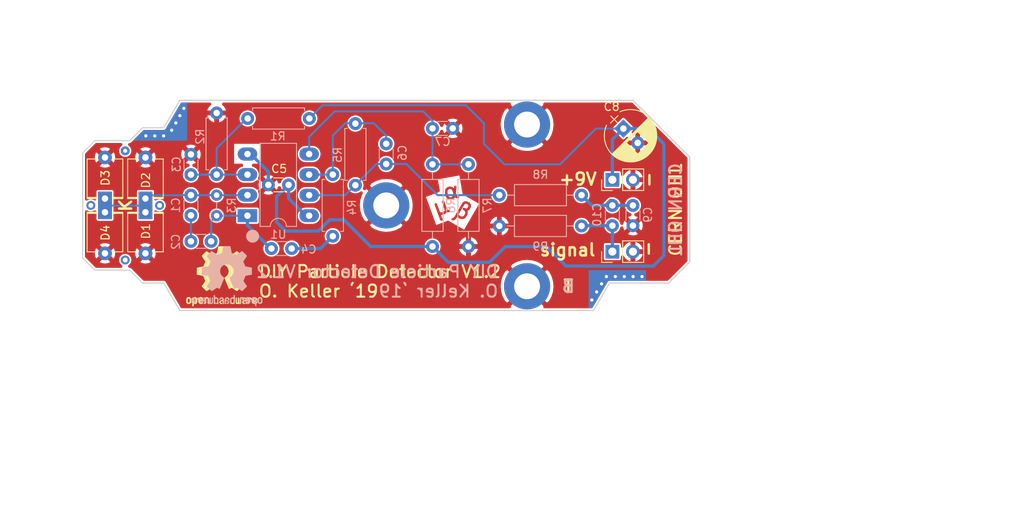
<source format=kicad_pcb>
(kicad_pcb (version 20211014) (generator pcbnew)

  (general
    (thickness 1)
  )

  (paper "A4")
  (title_block
    (title "DIY Particle Detector")
    (date "2018-06-01")
    (rev "V1.2")
    (company "CERN")
    (comment 1 "CERN open hardware license V1.2")
    (comment 2 "Oliver Keller")
  )

  (layers
    (0 "F.Cu" signal)
    (31 "B.Cu" power)
    (32 "B.Adhes" user "B.Adhesive")
    (33 "F.Adhes" user "F.Adhesive")
    (34 "B.Paste" user)
    (35 "F.Paste" user)
    (36 "B.SilkS" user "B.Silkscreen")
    (37 "F.SilkS" user "F.Silkscreen")
    (38 "B.Mask" user)
    (39 "F.Mask" user)
    (40 "Dwgs.User" user "User.Drawings")
    (41 "Cmts.User" user "User.Comments")
    (42 "Eco1.User" user "User.Eco1")
    (43 "Eco2.User" user "User.Eco2")
    (44 "Edge.Cuts" user)
    (45 "Margin" user)
    (46 "B.CrtYd" user "B.Courtyard")
    (47 "F.CrtYd" user "F.Courtyard")
    (48 "B.Fab" user)
    (49 "F.Fab" user)
  )

  (setup
    (pad_to_mask_clearance 0.2)
    (grid_origin 137.5 112.5)
    (pcbplotparams
      (layerselection 0x00011fc_ffffffff)
      (disableapertmacros false)
      (usegerberextensions true)
      (usegerberattributes false)
      (usegerberadvancedattributes false)
      (creategerberjobfile true)
      (svguseinch false)
      (svgprecision 6)
      (excludeedgelayer true)
      (plotframeref false)
      (viasonmask false)
      (mode 1)
      (useauxorigin false)
      (hpglpennumber 1)
      (hpglpenspeed 20)
      (hpglpendiameter 15.000000)
      (dxfpolygonmode true)
      (dxfimperialunits true)
      (dxfusepcbnewfont true)
      (psnegative false)
      (psa4output false)
      (plotreference true)
      (plotvalue false)
      (plotinvisibletext false)
      (sketchpadsonfab false)
      (subtractmaskfromsilk true)
      (outputformat 1)
      (mirror false)
      (drillshape 0)
      (scaleselection 1)
      (outputdirectory "gerbers/")
    )
  )

  (net 0 "")
  (net 1 "Net-(C1-Pad1)")
  (net 2 "Net-(C1-Pad2)")
  (net 3 "Net-(C2-Pad2)")
  (net 4 "GND")
  (net 5 "Net-(C3-Pad1)")
  (net 6 "Net-(C10-Pad1)")
  (net 7 "+9V")
  (net 8 "/Output")
  (net 9 "Net-(C4-Pad2)")
  (net 10 "Net-(C6-Pad1)")
  (net 11 "Net-(C6-Pad2)")
  (net 12 "Net-(C7-Pad1)")

  (footprint "Opto-Devices:PhotoDiode_DIL2_4.3x4.65_RM5.08" (layer "F.Cu") (at 102.75 113.35 -90))

  (footprint "Opto-Devices:PhotoDiode_DIL2_4.3x4.65_RM5.08" (layer "F.Cu") (at 107.75 113.35 -90))

  (footprint "Wire_Pads:SolderWirePad_single_0-8mmDrill" (layer "F.Cu") (at 109.5 112.5))

  (footprint "Wire_Pads:SolderWirePad_single_0-8mmDrill" (layer "F.Cu") (at 101 112.5))

  (footprint "Wire_Pads:SolderWirePad_single_0-8mmDrill" (layer "F.Cu") (at 105.25 119.25))

  (footprint "Wire_Pads:SolderWirePad_single_0-8mmDrill" (layer "F.Cu") (at 105.25 105.75))

  (footprint "Mounting_Holes:MountingHole_3.2mm_M3_ISO7380_Pad" (layer "F.Cu") (at 155 102.5))

  (footprint "Mounting_Holes:MountingHole_3.2mm_M3_ISO7380_Pad" (layer "F.Cu") (at 155 122.5))

  (footprint "Capacitors_THT:CP_Radial_D6.3mm_P2.50mm" (layer "F.Cu") (at 166.8 103 -45))

  (footprint "Mounting_Holes:MountingHole_3.2mm_M3_ISO7380_Pad" (layer "F.Cu") (at 137.5 112.5))

  (footprint "Capacitors_THT:C_Disc_D3.0mm_W1.6mm_P2.50mm" (layer "F.Cu") (at 125.435 109.96 180))

  (footprint "Opto-Devices:PhotoDiode_DIL2_4.3x4.65_RM5.08" (layer "F.Cu") (at 102.75 111.65 90))

  (footprint "Opto-Devices:PhotoDiode_DIL2_4.3x4.65_RM5.08" (layer "F.Cu") (at 107.75 111.65 90))

  (footprint "Symbols:OSHW-Logo2_9.8x8mm_SilkScreen" (layer "F.Cu") (at 117.18 121.263))

  (footprint "Pin_Headers:Pin_Header_Straight_1x02_Pitch2.54mm" (layer "F.Cu") (at 165.44 118.215 90))

  (footprint "Pin_Headers:Pin_Header_Straight_1x02_Pitch2.54mm" (layer "F.Cu") (at 165.44 109.325 90))

  (footprint "Resistors_THT:R_Axial_DIN0207_L6.3mm_D2.5mm_P7.62mm_Horizontal" (layer "B.Cu") (at 116.545 108.69 90))

  (footprint "Capacitors_THT:C_Disc_D3.0mm_W1.6mm_P2.50mm" (layer "B.Cu") (at 113.37 108.69 90))

  (footprint "Capacitors_THT:C_Disc_D3.0mm_W1.6mm_P2.50mm" (layer "B.Cu") (at 113.37 116.945))

  (footprint "Housings_DIP:DIP-8_W7.62mm_LongPads" (layer "B.Cu") (at 120.355 113.77))

  (footprint "Capacitors_THT:C_Disc_D3.0mm_W1.6mm_P2.50mm" (layer "B.Cu") (at 123.316 117.834))

  (footprint "Capacitors_THT:C_Disc_D3.0mm_W1.6mm_P2.50mm" (layer "B.Cu") (at 165.44 112.5 -90))

  (footprint "Capacitors_THT:C_Disc_D3.0mm_W1.6mm_P2.50mm" (layer "B.Cu") (at 137.5 104.88 -90))

  (footprint "Resistors_THT:R_Axial_DIN0204_L3.6mm_D1.6mm_P2.54mm_Vertical" (layer "B.Cu") (at 116.545 113.77 90))

  (footprint "Resistors_THT:R_Axial_DIN0207_L6.3mm_D2.5mm_P7.62mm_Horizontal" (layer "B.Cu") (at 133.69 110 90))

  (footprint "Resistors_THT:R_Axial_DIN0207_L6.3mm_D2.5mm_P7.62mm_Horizontal" (layer "B.Cu") (at 130.896 108.69 -90))

  (footprint "Capacitors_THT:C_Disc_D3.0mm_W1.6mm_P2.50mm" (layer "B.Cu") (at 113.37 111.23 -90))

  (footprint "Resistors_THT:R_Axial_DIN0207_L6.3mm_D2.5mm_P10.16mm_Horizontal" (layer "B.Cu") (at 143.215 117.58 90))

  (footprint "Resistors_THT:R_Axial_DIN0207_L6.3mm_D2.5mm_P10.16mm_Horizontal" (layer "B.Cu") (at 147.66 107.42 -90))

  (footprint "Capacitors_THT:C_Disc_D3.0mm_W1.6mm_P2.50mm" (layer "B.Cu") (at 143.215 102.975))

  (footprint "Resistors_THT:R_Axial_DIN0207_L6.3mm_D2.5mm_P7.62mm_Horizontal" (layer "B.Cu") (at 128 101.75 180))

  (footprint "Resistors_THT:R_Axial_DIN0207_L6.3mm_D2.5mm_P10.16mm_Horizontal" (layer "B.Cu") (at 161.63 115.04 180))

  (footprint "Resistors_THT:R_Axial_DIN0207_L6.3mm_D2.5mm_P10.16mm_Horizontal" (layer "B.Cu") (at 151.47 111.23))

  (footprint "Capacitors_THT:C_Disc_D3.0mm_W1.6mm_P2.50mm" (layer "B.Cu") (at 167.98 112.5 -90))

  (footprint "Symbols:OSHW-Logo2_9.8x8mm_SilkScreen" (layer "B.Cu") (at 117.815 121.256429 180))

  (gr_circle (center 120.99 116.31) (end 121.391609 116.31) (layer "B.SilkS") (width 0.8) (fill none) (tstamp 475ed8b3-90bf-48cd-bce5-d8f48b689541))
  (gr_line (start 194 117.5) (end 182 117.5) (layer "Dwgs.User") (width 0.2) (tstamp 00000000-0000-0000-0000-00005af9a932))
  (gr_line (start 166 109) (end 182 107.5) (layer "Dwgs.User") (width 0.2) (tstamp 00000000-0000-0000-0000-00005af9a935))
  (gr_line (start 166 116) (end 166 109) (layer "Dwgs.User") (width 0.2) (tstamp 00000000-0000-0000-0000-00005af9a938))
  (gr_line (start 182 106) (end 182 119) (layer "Dwgs.User") (width 0.2) (tstamp 00000000-0000-0000-0000-00005af9a93b))
  (gr_line (start 194 107.5) (end 194 117.5) (layer "Dwgs.User") (width 0.2) (tstamp 00000000-0000-0000-0000-00005af9a93e))
  (gr_line (start 182 117.5) (end 166 116) (layer "Dwgs.User") (width 0.2) (tstamp 00000000-0000-0000-0000-00005af9a941))
  (gr_line (start 182 107.5) (end 194 107.5) (layer "Dwgs.User") (width 0.2) (tstamp 00000000-0000-0000-0000-00005af9a944))
  (gr_circle (center 108.9 101.1) (end 110.7 101.1) (layer "Dwgs.User") (width 0.2) (fill none) (tstamp 00000000-0000-0000-0000-00005afd6b11))
  (gr_circle (center 166.1 123.9) (end 167.9 123.9) (layer "Dwgs.User") (width 0.2) (fill none) (tstamp 00000000-0000-0000-0000-00005afd6b16))
  (gr_line (start 108.9 101) (end 108.9 101.2) (layer "Dwgs.User") (width 0.15) (tstamp 00000000-0000-0000-0000-00005afd6bb6))
  (gr_line (start 108.8 101.1) (end 109 101.1) (layer "Dwgs.User") (width 0.15) (tstamp 00000000-0000-0000-0000-00005afd6bb7))
  (gr_circle (center 166.1 123.9) (end 169.1 123.9) (layer "Dwgs.User") (width 0.2) (fill none) (tstamp 00000000-0000-0000-0000-00005afdac0a))
  (gr_line (start 162.5 126) (end 162.5 99) (layer "Dwgs.User") (width 0.2) (tstamp 00000000-0000-0000-0000-00005afdcbda))
  (gr_line (start 112.5 126) (end 112.5 99) (layer "Dwgs.User") (width 0.2) (tstamp 00000000-0000-0000-0000-00005afdcd2b))
  (gr_line (start 112.5 126) (end 162.5 126) (layer "Dwgs.User") (width 0.2) (tstamp 00000000-0000-0000-0000-00005afdcd2e))
  (gr_line (start 162.5 99) (end 112.5 99) (layer "Dwgs.User") (width 0.2) (tstamp 00000000-0000-0000-0000-00005afdcd31))
  (gr_circle (center 108.9 101.1) (end 111.9 101.1) (layer "Dwgs.User") (width 0.2) (fill none) (tstamp 00000000-0000-0000-0000-00005afdcf19))
  (gr_line (start 166 123.9) (end 166.2 123.9) (layer "Dwgs.User") (width 0.15) (tstamp 6cb93665-0bcd-4104-8633-fffd1811eee0))
  (gr_line (start 166.1 123.8) (end 166.1 124) (layer "Dwgs.User") (width 0.15) (tstamp e0830067-5b66-4ce1-b2d1-aaa8af20baf7))
  (gr_line (start 107.4 102.9) (end 110 102.9) (layer "Edge.Cuts") (width 0.15) (tstamp 00000000-0000-0000-0000-00005af98d9d))
  (gr_line (start 112 99.5) (end 168 99.5) (layer "Edge.Cuts") (width 0.15) (tstamp 00000000-0000-0000-0000-00005af9ce4e))
  (gr_line (start 110 102.9) (end 112 99.5) (layer "Edge.Cuts") (width 0.15) (tstamp 00000000-0000-0000-0000-00005afd5700))
  (gr_line (start 100 119) (end 100 106) (layer "Edge.Cuts") (width 0.15) (tstamp 00000000-0000-0000-0000-00005afd5923))
  (gr_line (start 101.5 104.5) (end 100 106) (layer "Edge.Cuts") (width 0.15) (tstamp 00000000-0000-0000-0000-00005afd5962))
  (gr_line (start 101.5 120.5) (end 105.8 120.5) (layer "Edge.Cuts") (width 0.15) (tstamp 00000000-0000-0000-0000-00005afd6cb7))
  (gr_line (start 100 119) (end 101.5 120.5) (layer "Edge.Cuts") (width 0.15) (tstamp 00000000-0000-0000-0000-00005afd6cd5))
  (gr_line (start 165.1 122.1) (end 172.4 122.1) (layer "Edge.Cuts") (width 0.15) (tstamp 00000000-0000-0000-0000-00005afd7e1c))
  (gr_line (start 172.4 122.1) (end 175 119.5) (layer "Edge.Cuts") (width 0.15) (tstamp 00000000-0000-0000-0000-00005afda88f))
  (gr_line (start 107.4 122.1) (end 110 122.1) (layer "Edge.Cuts") (width 0.15) (tstamp 00000000-0000-0000-0000-00005afdac36))
  (gr_line (start 110 122.1) (end 112 125.5) (layer "Edge.Cuts") (width 0.15) (tstamp 00000000-0000-0000-0000-00005b119da4))
  (gr_line (start 163.1 125.5) (end 112 125.5) (layer "Edge.Cuts") (width 0.15) (tstamp 123968c6-74e7-4754-8c36-08ea08e42555))
  (gr_line (start 168 99.5) (end 175 106.5) (layer "Edge.Cuts") (width 0.15) (tstamp 31f91ec8-56e4-4e08-9ccd-012652772211))
  (gr_line (start 175 106.5) (end 175 119.5) (layer "Edge.Cuts") (width 0.15) (tstamp 3e3d55c8-e0ea-48fb-8421-a84b7cb7055b))
  (gr_line (start 163.1 125.5) (end 165.1 122.1) (layer "Edge.Cuts") (width 0.15) (tstamp 5e7c3a32-8dda-4e6a-9838-c94d1f165575))
  (gr_line (start 105.8 104.5) (end 107.4 102.9) (layer "Edge.Cuts") (width 0.15) (tstamp 8ac400bf-c9b3-4af4-b0a7-9aa9ab4ad17e))
  (gr_line (start 101.5 104.5) (end 105.8 104.5) (layer "Edge.Cuts") (width 0.15) (tstamp 97dcf785-3264-40a1-a36e-8842acab24fb))
  (gr_line (start 105.8 120.5) (end 107.4 122.1) (layer "Edge.Cuts") (width 0.15) (tstamp aee7520e-3bfc-435f-a66b-1dd1f5aa6a87))
  (gr_text "β" (at 147.025 113.1604 -30) (layer "F.Cu") (tstamp 00000000-0000-0000-0000-00005d4ae0fe)
    (effects (font (size 2 2) (thickness 0.3)))
  )
  (gr_text "μ" (at 144.3072 112.5762 20) (layer "F.Cu") (tstamp 00000000-0000-0000-0000-00005d4ae398)
    (effects (font (size 2 2) (thickness 0.3)))
  )
  (gr_text "α" (at 145.501 110.722 10) (layer "F.Cu") (tstamp a25b7e01-1754-4cc9-8a14-3d9c461e5af5)
    (effects (font (size 2 2) (thickness 0.3)))
  )
  (gr_text "DIY Particle Detector V1.2\nO. Keller ‘19\n" (at 151.47 121.898) (layer "B.SilkS") (tstamp 00000000-0000-0000-0000-00005b11ae3b)
    (effects (font (size 1.5 1.5) (thickness 0.25)) (justify left mirror))
  )
  (gr_text "CERN OHL" (at 173.25 113 90) (layer "B.SilkS") (tstamp 00000000-0000-0000-0000-00005b11affc)
    (effects (font (size 1.5 1.5) (thickness 0.25)) (justify mirror))
  )
  (gr_text "B" (at 160 122.5) (layer "B.SilkS") (tstamp 014d13cd-26ad-4d0e-86ad-a43b541cab14)
    (effects (font (size 1.5 1.5) (thickness 0.3)) (justify mirror))
  )
  (gr_text "signal" (at 159.9155 118) (layer "F.SilkS") (tstamp 00000000-0000-0000-0000-00005af9f0d4)
    (effects (font (size 1.5 1.5) (thickness 0.3)))
  )
  (gr_text "+9V" (at 161.1855 109.25) (layer "F.SilkS") (tstamp 00000000-0000-0000-0000-00005afe9a6f)
    (effects (font (size 1.5 1.5) (thickness 0.3)))
  )
  (gr_text "CERN OHL" (at 173.25 113.05 90) (layer "F.SilkS") (tstamp 00000000-0000-0000-0000-00005afef867)
    (effects (font (size 1.5 1.5) (thickness 0.25)))
  )
  (gr_text "DIY Particle Detector V1.2\nO. Keller ‘19" (at 121.625 121.898) (layer "F.SilkS") (tstamp 00000000-0000-0000-0000-00005b1559f2)
    (effects (font (size 1.5 1.5) (thickness 0.25)) (justify left))
  )
  (gr_text "-" (at 169.909226 109.330856 90) (layer "F.SilkS") (tstamp 00000000-0000-0000-0000-00005d41e669)
    (effects (font (size 1.5 1.5) (thickness 0.3)))
  )
  (gr_text "-" (at 169.833226 117.881217 90) (layer "F.SilkS") (tstamp 00000000-0000-0000-0000-00005d41e674)
    (effects (font (size 1.5 1.5) (thickness 0.3)))
  )
  (gr_text "T" (at 160 122.5) (layer "F.SilkS") (tstamp 7744b6ee-910d-401d-b730-65c35d3d8092)
    (effects (font (size 1.5 1.5) (thickness 0.3)))
  )
  (gr_text "K" (at 105.3055 112.5 90) (layer "F.SilkS") (tstamp f5bf5b4a-5213-48af-a5cd-0d67969d2de6)
    (effects (font (size 1.5 1.5) (thickness 0.3)))
  )
  (gr_text "M3" (at 108.9 97.1) (layer "Dwgs.User") (tstamp 00000000-0000-0000-0000-00005afd6b9f)
    (effects (font (size 1.5 1.5) (thickness 0.3)))
  )
  (gr_text "Notes:\n- PCB designed for these enclosures:\nhttp://uk.farnell.com/multicomp/g102mf/box-diecast-90x36x30mm/dp/1902552\nhttp://uk.farnell.com/deltron-enclosures/480-0010/box-diecast-ip68/dp/1774842\nouter case dimensions: ca. 30 x 35 x 89 mm\ncase edges touching the lid must be blank/metal and _not_coated_ with paint for better conductivity\n- U1 must be mounted on backside, _without_ PDIP socket   \n- 4 THT mounting holes/vias around diodes for optional sandwich mount of two PCBs \n- 2 more M3 holes for optional support (e.g. socket screws)" (at 98.2 140.1) (layer "Dwgs.User") (tstamp 00000000-0000-0000-0000-00005d428be0)
    (effects (font (size 1.5 1.5) (thickness 0.3)) (justify left))
  )
  (gr_text "BNC \nconn." (at 187.8 112.9) (layer "Dwgs.User") (tstamp 430d6d73-9de6-41ca-b788-178d709f4aae)
    (effects (font (size 1.5 1.5) (thickness 0.3)))
  )
  (gr_text "M3" (at 166.1 128.5) (layer "Dwgs.User") (tstamp 7f2b3ce3-2f20-426d-b769-e0329b6a8111)
    (effects (font (size 1.5 1.5) (thickness 0.3)))
  )
  (gr_text "9V battery block" (at 153 97.5) (layer "Dwgs.User") (tstamp dc1d84c8-33da-4489-be8e-2a1de3001779)
    (effects (font (size 1.5 1.5) (thickness 0.3)))
  )
  (dimension (type aligned) (layer "Dwgs.User") (tstamp 00000000-0000-0000-0000-00005afef083)
    (pts (xy 175.023571 99.510787) (xy 175.023571 125.510787))
    (height -34.1)
    (gr_text "26.0000 mm" (at 207.323571 112.510787 90) (layer "Dwgs.User") (tstamp 00000000-0000-0000-0000-00005afef083)
      (effects (font (size 1.5 1.5) (thickness 0.3)))
    )
    (format (units 2) (units_format 1) (precision 4))
    (style (thickness 0.3) (arrow_length 1.27) (text_position_mode 0) (extension_height 0.58642) (extension_offset 0) keep_text_aligned)
  )
  (dimension (type aligned) (layer "Dwgs.User") (tstamp 78f9c3d3-3556-46f6-9744-05ad54b330f0)
    (pts (xy 100 99.5) (xy 175 99.5))
    (height -9.2)
    (gr_text "75.0000 mm" (at 137.5 88.5) (layer "Dwgs.User") (tstamp 78f9c3d3-3556-46f6-9744-05ad54b330f0)
      (effects (font (size 1.5 1.5) (thickness 0.3)))
    )
    (format (units 2) (units_format 1) (precision 4))
    (style (thickness 0.3) (arrow_length 1.27) (text_position_mode 0) (extension_height 0.58642) (ext
... [107289 chars truncated]
</source>
